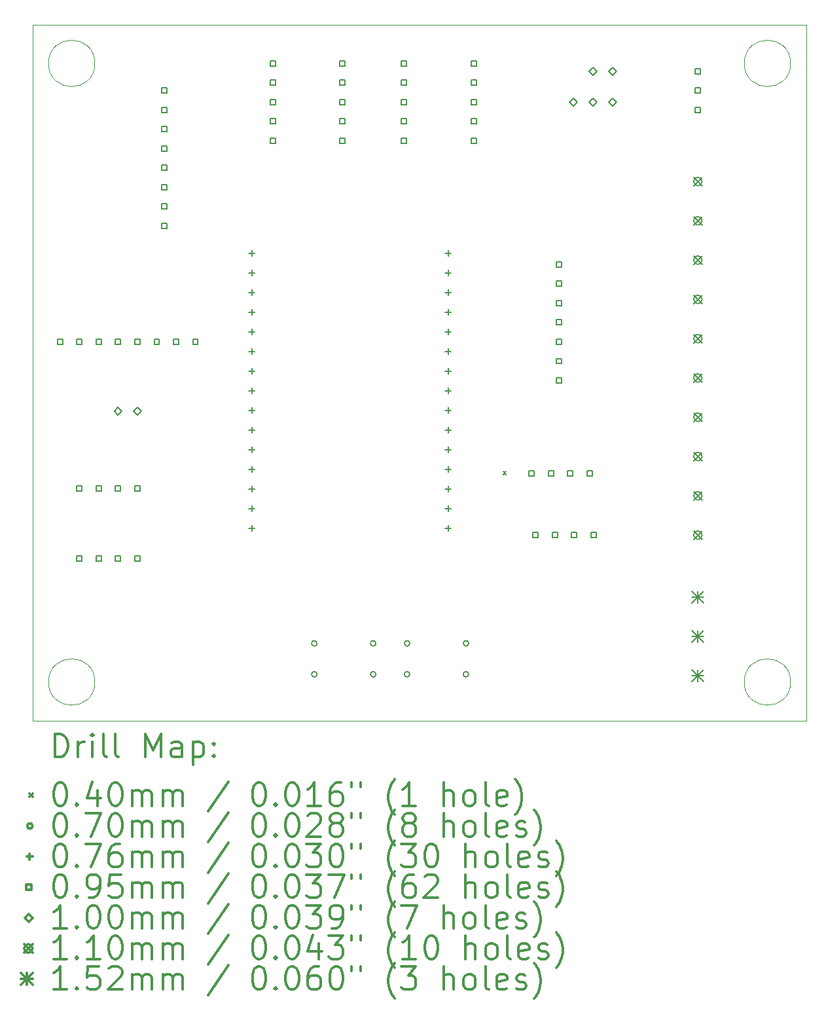
<source format=gbr>
%FSLAX45Y45*%
G04 Gerber Fmt 4.5, Leading zero omitted, Abs format (unit mm)*
G04 Created by KiCad (PCBNEW (5.1.2)-2) date 2023-01-06 14:54:42*
%MOMM*%
%LPD*%
G04 APERTURE LIST*
%ADD10C,0.120000*%
%ADD11C,0.200000*%
%ADD12C,0.300000*%
G04 APERTURE END LIST*
D10*
X11100000Y-6000000D02*
G75*
G03X11100000Y-6000000I-300000J0D01*
G01*
X11100000Y-14000000D02*
G75*
G03X11100000Y-14000000I-300000J0D01*
G01*
X20100000Y-14000000D02*
G75*
G03X20100000Y-14000000I-300000J0D01*
G01*
X20100000Y-6000000D02*
G75*
G03X20100000Y-6000000I-300000J0D01*
G01*
X10300000Y-5500000D02*
X10300000Y-14500000D01*
X20300000Y-14500000D02*
X10300000Y-14500000D01*
X20300000Y-5500000D02*
X20300000Y-14500000D01*
X10300000Y-5500000D02*
X20300000Y-5500000D01*
D11*
X16380000Y-11280000D02*
X16420000Y-11320000D01*
X16420000Y-11280000D02*
X16380000Y-11320000D01*
X13973000Y-13900000D02*
G75*
G03X13973000Y-13900000I-35000J0D01*
G01*
X14735000Y-13900000D02*
G75*
G03X14735000Y-13900000I-35000J0D01*
G01*
X15173000Y-13500000D02*
G75*
G03X15173000Y-13500000I-35000J0D01*
G01*
X15935000Y-13500000D02*
G75*
G03X15935000Y-13500000I-35000J0D01*
G01*
X15173000Y-13900000D02*
G75*
G03X15173000Y-13900000I-35000J0D01*
G01*
X15935000Y-13900000D02*
G75*
G03X15935000Y-13900000I-35000J0D01*
G01*
X13973000Y-13500000D02*
G75*
G03X13973000Y-13500000I-35000J0D01*
G01*
X14735000Y-13500000D02*
G75*
G03X14735000Y-13500000I-35000J0D01*
G01*
X13130000Y-8415900D02*
X13130000Y-8492100D01*
X13091900Y-8454000D02*
X13168100Y-8454000D01*
X13130000Y-8669900D02*
X13130000Y-8746100D01*
X13091900Y-8708000D02*
X13168100Y-8708000D01*
X13130000Y-8923900D02*
X13130000Y-9000100D01*
X13091900Y-8962000D02*
X13168100Y-8962000D01*
X13130000Y-9177900D02*
X13130000Y-9254100D01*
X13091900Y-9216000D02*
X13168100Y-9216000D01*
X13130000Y-9431900D02*
X13130000Y-9508100D01*
X13091900Y-9470000D02*
X13168100Y-9470000D01*
X13130000Y-9685900D02*
X13130000Y-9762100D01*
X13091900Y-9724000D02*
X13168100Y-9724000D01*
X13130000Y-9939900D02*
X13130000Y-10016100D01*
X13091900Y-9978000D02*
X13168100Y-9978000D01*
X13130000Y-10193900D02*
X13130000Y-10270100D01*
X13091900Y-10232000D02*
X13168100Y-10232000D01*
X13130000Y-10447900D02*
X13130000Y-10524100D01*
X13091900Y-10486000D02*
X13168100Y-10486000D01*
X13130000Y-10701900D02*
X13130000Y-10778100D01*
X13091900Y-10740000D02*
X13168100Y-10740000D01*
X13130000Y-10955900D02*
X13130000Y-11032100D01*
X13091900Y-10994000D02*
X13168100Y-10994000D01*
X13130000Y-11209900D02*
X13130000Y-11286100D01*
X13091900Y-11248000D02*
X13168100Y-11248000D01*
X13130000Y-11463900D02*
X13130000Y-11540100D01*
X13091900Y-11502000D02*
X13168100Y-11502000D01*
X13130000Y-11717900D02*
X13130000Y-11794100D01*
X13091900Y-11756000D02*
X13168100Y-11756000D01*
X13130000Y-11971900D02*
X13130000Y-12048100D01*
X13091900Y-12010000D02*
X13168100Y-12010000D01*
X15670000Y-8415900D02*
X15670000Y-8492100D01*
X15631900Y-8454000D02*
X15708100Y-8454000D01*
X15670000Y-8669900D02*
X15670000Y-8746100D01*
X15631900Y-8708000D02*
X15708100Y-8708000D01*
X15670000Y-8923900D02*
X15670000Y-9000100D01*
X15631900Y-8962000D02*
X15708100Y-8962000D01*
X15670000Y-9177900D02*
X15670000Y-9254100D01*
X15631900Y-9216000D02*
X15708100Y-9216000D01*
X15670000Y-9431900D02*
X15670000Y-9508100D01*
X15631900Y-9470000D02*
X15708100Y-9470000D01*
X15670000Y-9685900D02*
X15670000Y-9762100D01*
X15631900Y-9724000D02*
X15708100Y-9724000D01*
X15670000Y-9939900D02*
X15670000Y-10016100D01*
X15631900Y-9978000D02*
X15708100Y-9978000D01*
X15670000Y-10193900D02*
X15670000Y-10270100D01*
X15631900Y-10232000D02*
X15708100Y-10232000D01*
X15670000Y-10447900D02*
X15670000Y-10524100D01*
X15631900Y-10486000D02*
X15708100Y-10486000D01*
X15670000Y-10701900D02*
X15670000Y-10778100D01*
X15631900Y-10740000D02*
X15708100Y-10740000D01*
X15670000Y-10955900D02*
X15670000Y-11032100D01*
X15631900Y-10994000D02*
X15708100Y-10994000D01*
X15670000Y-11209900D02*
X15670000Y-11286100D01*
X15631900Y-11248000D02*
X15708100Y-11248000D01*
X15670000Y-11463900D02*
X15670000Y-11540100D01*
X15631900Y-11502000D02*
X15708100Y-11502000D01*
X15670000Y-11717900D02*
X15670000Y-11794100D01*
X15631900Y-11756000D02*
X15708100Y-11756000D01*
X15670000Y-11971900D02*
X15670000Y-12048100D01*
X15631900Y-12010000D02*
X15708100Y-12010000D01*
X13433588Y-6033588D02*
X13433588Y-5966412D01*
X13366412Y-5966412D01*
X13366412Y-6033588D01*
X13433588Y-6033588D01*
X13433588Y-6283588D02*
X13433588Y-6216412D01*
X13366412Y-6216412D01*
X13366412Y-6283588D01*
X13433588Y-6283588D01*
X13433588Y-6533588D02*
X13433588Y-6466412D01*
X13366412Y-6466412D01*
X13366412Y-6533588D01*
X13433588Y-6533588D01*
X13433588Y-6783588D02*
X13433588Y-6716412D01*
X13366412Y-6716412D01*
X13366412Y-6783588D01*
X13433588Y-6783588D01*
X13433588Y-7033588D02*
X13433588Y-6966412D01*
X13366412Y-6966412D01*
X13366412Y-7033588D01*
X13433588Y-7033588D01*
X12033588Y-6383588D02*
X12033588Y-6316412D01*
X11966412Y-6316412D01*
X11966412Y-6383588D01*
X12033588Y-6383588D01*
X12033588Y-6633588D02*
X12033588Y-6566412D01*
X11966412Y-6566412D01*
X11966412Y-6633588D01*
X12033588Y-6633588D01*
X12033588Y-6883588D02*
X12033588Y-6816412D01*
X11966412Y-6816412D01*
X11966412Y-6883588D01*
X12033588Y-6883588D01*
X12033588Y-7133588D02*
X12033588Y-7066412D01*
X11966412Y-7066412D01*
X11966412Y-7133588D01*
X12033588Y-7133588D01*
X12033588Y-7383588D02*
X12033588Y-7316412D01*
X11966412Y-7316412D01*
X11966412Y-7383588D01*
X12033588Y-7383588D01*
X12033588Y-7633588D02*
X12033588Y-7566412D01*
X11966412Y-7566412D01*
X11966412Y-7633588D01*
X12033588Y-7633588D01*
X12033588Y-7883588D02*
X12033588Y-7816412D01*
X11966412Y-7816412D01*
X11966412Y-7883588D01*
X12033588Y-7883588D01*
X12033588Y-8133588D02*
X12033588Y-8066412D01*
X11966412Y-8066412D01*
X11966412Y-8133588D01*
X12033588Y-8133588D01*
X16833588Y-12133588D02*
X16833588Y-12066412D01*
X16766412Y-12066412D01*
X16766412Y-12133588D01*
X16833588Y-12133588D01*
X17083588Y-12133588D02*
X17083588Y-12066412D01*
X17016412Y-12066412D01*
X17016412Y-12133588D01*
X17083588Y-12133588D01*
X17333588Y-12133588D02*
X17333588Y-12066412D01*
X17266412Y-12066412D01*
X17266412Y-12133588D01*
X17333588Y-12133588D01*
X17583588Y-12133588D02*
X17583588Y-12066412D01*
X17516412Y-12066412D01*
X17516412Y-12133588D01*
X17583588Y-12133588D01*
X15133588Y-6033588D02*
X15133588Y-5966412D01*
X15066412Y-5966412D01*
X15066412Y-6033588D01*
X15133588Y-6033588D01*
X15133588Y-6283588D02*
X15133588Y-6216412D01*
X15066412Y-6216412D01*
X15066412Y-6283588D01*
X15133588Y-6283588D01*
X15133588Y-6533588D02*
X15133588Y-6466412D01*
X15066412Y-6466412D01*
X15066412Y-6533588D01*
X15133588Y-6533588D01*
X15133588Y-6783588D02*
X15133588Y-6716412D01*
X15066412Y-6716412D01*
X15066412Y-6783588D01*
X15133588Y-6783588D01*
X15133588Y-7033588D02*
X15133588Y-6966412D01*
X15066412Y-6966412D01*
X15066412Y-7033588D01*
X15133588Y-7033588D01*
X16033588Y-6033588D02*
X16033588Y-5966412D01*
X15966412Y-5966412D01*
X15966412Y-6033588D01*
X16033588Y-6033588D01*
X16033588Y-6283588D02*
X16033588Y-6216412D01*
X15966412Y-6216412D01*
X15966412Y-6283588D01*
X16033588Y-6283588D01*
X16033588Y-6533588D02*
X16033588Y-6466412D01*
X15966412Y-6466412D01*
X15966412Y-6533588D01*
X16033588Y-6533588D01*
X16033588Y-6783588D02*
X16033588Y-6716412D01*
X15966412Y-6716412D01*
X15966412Y-6783588D01*
X16033588Y-6783588D01*
X16033588Y-7033588D02*
X16033588Y-6966412D01*
X15966412Y-6966412D01*
X15966412Y-7033588D01*
X16033588Y-7033588D01*
X14333588Y-6033588D02*
X14333588Y-5966412D01*
X14266412Y-5966412D01*
X14266412Y-6033588D01*
X14333588Y-6033588D01*
X14333588Y-6283588D02*
X14333588Y-6216412D01*
X14266412Y-6216412D01*
X14266412Y-6283588D01*
X14333588Y-6283588D01*
X14333588Y-6533588D02*
X14333588Y-6466412D01*
X14266412Y-6466412D01*
X14266412Y-6533588D01*
X14333588Y-6533588D01*
X14333588Y-6783588D02*
X14333588Y-6716412D01*
X14266412Y-6716412D01*
X14266412Y-6783588D01*
X14333588Y-6783588D01*
X14333588Y-7033588D02*
X14333588Y-6966412D01*
X14266412Y-6966412D01*
X14266412Y-7033588D01*
X14333588Y-7033588D01*
X10933588Y-12433588D02*
X10933588Y-12366412D01*
X10866412Y-12366412D01*
X10866412Y-12433588D01*
X10933588Y-12433588D01*
X11183588Y-12433588D02*
X11183588Y-12366412D01*
X11116412Y-12366412D01*
X11116412Y-12433588D01*
X11183588Y-12433588D01*
X11433588Y-12433588D02*
X11433588Y-12366412D01*
X11366412Y-12366412D01*
X11366412Y-12433588D01*
X11433588Y-12433588D01*
X11683588Y-12433588D02*
X11683588Y-12366412D01*
X11616412Y-12366412D01*
X11616412Y-12433588D01*
X11683588Y-12433588D01*
X10933588Y-11533588D02*
X10933588Y-11466412D01*
X10866412Y-11466412D01*
X10866412Y-11533588D01*
X10933588Y-11533588D01*
X11183588Y-11533588D02*
X11183588Y-11466412D01*
X11116412Y-11466412D01*
X11116412Y-11533588D01*
X11183588Y-11533588D01*
X11433588Y-11533588D02*
X11433588Y-11466412D01*
X11366412Y-11466412D01*
X11366412Y-11533588D01*
X11433588Y-11533588D01*
X11683588Y-11533588D02*
X11683588Y-11466412D01*
X11616412Y-11466412D01*
X11616412Y-11533588D01*
X11683588Y-11533588D01*
X16783588Y-11333588D02*
X16783588Y-11266412D01*
X16716412Y-11266412D01*
X16716412Y-11333588D01*
X16783588Y-11333588D01*
X17033588Y-11333588D02*
X17033588Y-11266412D01*
X16966412Y-11266412D01*
X16966412Y-11333588D01*
X17033588Y-11333588D01*
X17283588Y-11333588D02*
X17283588Y-11266412D01*
X17216412Y-11266412D01*
X17216412Y-11333588D01*
X17283588Y-11333588D01*
X17533588Y-11333588D02*
X17533588Y-11266412D01*
X17466412Y-11266412D01*
X17466412Y-11333588D01*
X17533588Y-11333588D01*
X10683588Y-9633588D02*
X10683588Y-9566412D01*
X10616412Y-9566412D01*
X10616412Y-9633588D01*
X10683588Y-9633588D01*
X10933588Y-9633588D02*
X10933588Y-9566412D01*
X10866412Y-9566412D01*
X10866412Y-9633588D01*
X10933588Y-9633588D01*
X11183588Y-9633588D02*
X11183588Y-9566412D01*
X11116412Y-9566412D01*
X11116412Y-9633588D01*
X11183588Y-9633588D01*
X11433588Y-9633588D02*
X11433588Y-9566412D01*
X11366412Y-9566412D01*
X11366412Y-9633588D01*
X11433588Y-9633588D01*
X11683588Y-9633588D02*
X11683588Y-9566412D01*
X11616412Y-9566412D01*
X11616412Y-9633588D01*
X11683588Y-9633588D01*
X11933588Y-9633588D02*
X11933588Y-9566412D01*
X11866412Y-9566412D01*
X11866412Y-9633588D01*
X11933588Y-9633588D01*
X12183588Y-9633588D02*
X12183588Y-9566412D01*
X12116412Y-9566412D01*
X12116412Y-9633588D01*
X12183588Y-9633588D01*
X12433588Y-9633588D02*
X12433588Y-9566412D01*
X12366412Y-9566412D01*
X12366412Y-9633588D01*
X12433588Y-9633588D01*
X18933588Y-6133588D02*
X18933588Y-6066412D01*
X18866412Y-6066412D01*
X18866412Y-6133588D01*
X18933588Y-6133588D01*
X18933588Y-6383588D02*
X18933588Y-6316412D01*
X18866412Y-6316412D01*
X18866412Y-6383588D01*
X18933588Y-6383588D01*
X18933588Y-6633588D02*
X18933588Y-6566412D01*
X18866412Y-6566412D01*
X18866412Y-6633588D01*
X18933588Y-6633588D01*
X17133588Y-8633588D02*
X17133588Y-8566412D01*
X17066412Y-8566412D01*
X17066412Y-8633588D01*
X17133588Y-8633588D01*
X17133588Y-8883588D02*
X17133588Y-8816412D01*
X17066412Y-8816412D01*
X17066412Y-8883588D01*
X17133588Y-8883588D01*
X17133588Y-9133588D02*
X17133588Y-9066412D01*
X17066412Y-9066412D01*
X17066412Y-9133588D01*
X17133588Y-9133588D01*
X17133588Y-9383588D02*
X17133588Y-9316412D01*
X17066412Y-9316412D01*
X17066412Y-9383588D01*
X17133588Y-9383588D01*
X17133588Y-9633588D02*
X17133588Y-9566412D01*
X17066412Y-9566412D01*
X17066412Y-9633588D01*
X17133588Y-9633588D01*
X17133588Y-9883588D02*
X17133588Y-9816412D01*
X17066412Y-9816412D01*
X17066412Y-9883588D01*
X17133588Y-9883588D01*
X17133588Y-10133588D02*
X17133588Y-10066412D01*
X17066412Y-10066412D01*
X17066412Y-10133588D01*
X17133588Y-10133588D01*
X17292000Y-6550000D02*
X17342000Y-6500000D01*
X17292000Y-6450000D01*
X17242000Y-6500000D01*
X17292000Y-6550000D01*
X17546000Y-6550000D02*
X17596000Y-6500000D01*
X17546000Y-6450000D01*
X17496000Y-6500000D01*
X17546000Y-6550000D01*
X17800000Y-6550000D02*
X17850000Y-6500000D01*
X17800000Y-6450000D01*
X17750000Y-6500000D01*
X17800000Y-6550000D01*
X17546000Y-6150000D02*
X17596000Y-6100000D01*
X17546000Y-6050000D01*
X17496000Y-6100000D01*
X17546000Y-6150000D01*
X17800000Y-6150000D02*
X17850000Y-6100000D01*
X17800000Y-6050000D01*
X17750000Y-6100000D01*
X17800000Y-6150000D01*
X11400000Y-10550000D02*
X11450000Y-10500000D01*
X11400000Y-10450000D01*
X11350000Y-10500000D01*
X11400000Y-10550000D01*
X11650000Y-10550000D02*
X11700000Y-10500000D01*
X11650000Y-10450000D01*
X11600000Y-10500000D01*
X11650000Y-10550000D01*
X18845000Y-7473000D02*
X18955000Y-7583000D01*
X18955000Y-7473000D02*
X18845000Y-7583000D01*
X18955000Y-7528000D02*
G75*
G03X18955000Y-7528000I-55000J0D01*
G01*
X18845000Y-7981000D02*
X18955000Y-8091000D01*
X18955000Y-7981000D02*
X18845000Y-8091000D01*
X18955000Y-8036000D02*
G75*
G03X18955000Y-8036000I-55000J0D01*
G01*
X18845000Y-8489000D02*
X18955000Y-8599000D01*
X18955000Y-8489000D02*
X18845000Y-8599000D01*
X18955000Y-8544000D02*
G75*
G03X18955000Y-8544000I-55000J0D01*
G01*
X18845000Y-8997000D02*
X18955000Y-9107000D01*
X18955000Y-8997000D02*
X18845000Y-9107000D01*
X18955000Y-9052000D02*
G75*
G03X18955000Y-9052000I-55000J0D01*
G01*
X18845000Y-9505000D02*
X18955000Y-9615000D01*
X18955000Y-9505000D02*
X18845000Y-9615000D01*
X18955000Y-9560000D02*
G75*
G03X18955000Y-9560000I-55000J0D01*
G01*
X18845000Y-10013000D02*
X18955000Y-10123000D01*
X18955000Y-10013000D02*
X18845000Y-10123000D01*
X18955000Y-10068000D02*
G75*
G03X18955000Y-10068000I-55000J0D01*
G01*
X18845000Y-10521000D02*
X18955000Y-10631000D01*
X18955000Y-10521000D02*
X18845000Y-10631000D01*
X18955000Y-10576000D02*
G75*
G03X18955000Y-10576000I-55000J0D01*
G01*
X18845000Y-11029000D02*
X18955000Y-11139000D01*
X18955000Y-11029000D02*
X18845000Y-11139000D01*
X18955000Y-11084000D02*
G75*
G03X18955000Y-11084000I-55000J0D01*
G01*
X18845000Y-11537000D02*
X18955000Y-11647000D01*
X18955000Y-11537000D02*
X18845000Y-11647000D01*
X18955000Y-11592000D02*
G75*
G03X18955000Y-11592000I-55000J0D01*
G01*
X18845000Y-12045000D02*
X18955000Y-12155000D01*
X18955000Y-12045000D02*
X18845000Y-12155000D01*
X18955000Y-12100000D02*
G75*
G03X18955000Y-12100000I-55000J0D01*
G01*
X18824000Y-12824000D02*
X18976000Y-12976000D01*
X18976000Y-12824000D02*
X18824000Y-12976000D01*
X18900000Y-12824000D02*
X18900000Y-12976000D01*
X18824000Y-12900000D02*
X18976000Y-12900000D01*
X18824000Y-13332000D02*
X18976000Y-13484000D01*
X18976000Y-13332000D02*
X18824000Y-13484000D01*
X18900000Y-13332000D02*
X18900000Y-13484000D01*
X18824000Y-13408000D02*
X18976000Y-13408000D01*
X18824000Y-13840000D02*
X18976000Y-13992000D01*
X18976000Y-13840000D02*
X18824000Y-13992000D01*
X18900000Y-13840000D02*
X18900000Y-13992000D01*
X18824000Y-13916000D02*
X18976000Y-13916000D01*
D12*
X10580428Y-14971714D02*
X10580428Y-14671714D01*
X10651857Y-14671714D01*
X10694714Y-14686000D01*
X10723286Y-14714571D01*
X10737571Y-14743143D01*
X10751857Y-14800286D01*
X10751857Y-14843143D01*
X10737571Y-14900286D01*
X10723286Y-14928857D01*
X10694714Y-14957429D01*
X10651857Y-14971714D01*
X10580428Y-14971714D01*
X10880428Y-14971714D02*
X10880428Y-14771714D01*
X10880428Y-14828857D02*
X10894714Y-14800286D01*
X10909000Y-14786000D01*
X10937571Y-14771714D01*
X10966143Y-14771714D01*
X11066143Y-14971714D02*
X11066143Y-14771714D01*
X11066143Y-14671714D02*
X11051857Y-14686000D01*
X11066143Y-14700286D01*
X11080428Y-14686000D01*
X11066143Y-14671714D01*
X11066143Y-14700286D01*
X11251857Y-14971714D02*
X11223286Y-14957429D01*
X11209000Y-14928857D01*
X11209000Y-14671714D01*
X11409000Y-14971714D02*
X11380428Y-14957429D01*
X11366143Y-14928857D01*
X11366143Y-14671714D01*
X11751857Y-14971714D02*
X11751857Y-14671714D01*
X11851857Y-14886000D01*
X11951857Y-14671714D01*
X11951857Y-14971714D01*
X12223286Y-14971714D02*
X12223286Y-14814571D01*
X12209000Y-14786000D01*
X12180428Y-14771714D01*
X12123286Y-14771714D01*
X12094714Y-14786000D01*
X12223286Y-14957429D02*
X12194714Y-14971714D01*
X12123286Y-14971714D01*
X12094714Y-14957429D01*
X12080428Y-14928857D01*
X12080428Y-14900286D01*
X12094714Y-14871714D01*
X12123286Y-14857429D01*
X12194714Y-14857429D01*
X12223286Y-14843143D01*
X12366143Y-14771714D02*
X12366143Y-15071714D01*
X12366143Y-14786000D02*
X12394714Y-14771714D01*
X12451857Y-14771714D01*
X12480428Y-14786000D01*
X12494714Y-14800286D01*
X12509000Y-14828857D01*
X12509000Y-14914571D01*
X12494714Y-14943143D01*
X12480428Y-14957429D01*
X12451857Y-14971714D01*
X12394714Y-14971714D01*
X12366143Y-14957429D01*
X12637571Y-14943143D02*
X12651857Y-14957429D01*
X12637571Y-14971714D01*
X12623286Y-14957429D01*
X12637571Y-14943143D01*
X12637571Y-14971714D01*
X12637571Y-14786000D02*
X12651857Y-14800286D01*
X12637571Y-14814571D01*
X12623286Y-14800286D01*
X12637571Y-14786000D01*
X12637571Y-14814571D01*
X10254000Y-15446000D02*
X10294000Y-15486000D01*
X10294000Y-15446000D02*
X10254000Y-15486000D01*
X10637571Y-15301714D02*
X10666143Y-15301714D01*
X10694714Y-15316000D01*
X10709000Y-15330286D01*
X10723286Y-15358857D01*
X10737571Y-15416000D01*
X10737571Y-15487429D01*
X10723286Y-15544571D01*
X10709000Y-15573143D01*
X10694714Y-15587429D01*
X10666143Y-15601714D01*
X10637571Y-15601714D01*
X10609000Y-15587429D01*
X10594714Y-15573143D01*
X10580428Y-15544571D01*
X10566143Y-15487429D01*
X10566143Y-15416000D01*
X10580428Y-15358857D01*
X10594714Y-15330286D01*
X10609000Y-15316000D01*
X10637571Y-15301714D01*
X10866143Y-15573143D02*
X10880428Y-15587429D01*
X10866143Y-15601714D01*
X10851857Y-15587429D01*
X10866143Y-15573143D01*
X10866143Y-15601714D01*
X11137571Y-15401714D02*
X11137571Y-15601714D01*
X11066143Y-15287429D02*
X10994714Y-15501714D01*
X11180428Y-15501714D01*
X11351857Y-15301714D02*
X11380428Y-15301714D01*
X11409000Y-15316000D01*
X11423286Y-15330286D01*
X11437571Y-15358857D01*
X11451857Y-15416000D01*
X11451857Y-15487429D01*
X11437571Y-15544571D01*
X11423286Y-15573143D01*
X11409000Y-15587429D01*
X11380428Y-15601714D01*
X11351857Y-15601714D01*
X11323286Y-15587429D01*
X11309000Y-15573143D01*
X11294714Y-15544571D01*
X11280428Y-15487429D01*
X11280428Y-15416000D01*
X11294714Y-15358857D01*
X11309000Y-15330286D01*
X11323286Y-15316000D01*
X11351857Y-15301714D01*
X11580428Y-15601714D02*
X11580428Y-15401714D01*
X11580428Y-15430286D02*
X11594714Y-15416000D01*
X11623286Y-15401714D01*
X11666143Y-15401714D01*
X11694714Y-15416000D01*
X11709000Y-15444571D01*
X11709000Y-15601714D01*
X11709000Y-15444571D02*
X11723286Y-15416000D01*
X11751857Y-15401714D01*
X11794714Y-15401714D01*
X11823286Y-15416000D01*
X11837571Y-15444571D01*
X11837571Y-15601714D01*
X11980428Y-15601714D02*
X11980428Y-15401714D01*
X11980428Y-15430286D02*
X11994714Y-15416000D01*
X12023286Y-15401714D01*
X12066143Y-15401714D01*
X12094714Y-15416000D01*
X12109000Y-15444571D01*
X12109000Y-15601714D01*
X12109000Y-15444571D02*
X12123286Y-15416000D01*
X12151857Y-15401714D01*
X12194714Y-15401714D01*
X12223286Y-15416000D01*
X12237571Y-15444571D01*
X12237571Y-15601714D01*
X12823286Y-15287429D02*
X12566143Y-15673143D01*
X13209000Y-15301714D02*
X13237571Y-15301714D01*
X13266143Y-15316000D01*
X13280428Y-15330286D01*
X13294714Y-15358857D01*
X13309000Y-15416000D01*
X13309000Y-15487429D01*
X13294714Y-15544571D01*
X13280428Y-15573143D01*
X13266143Y-15587429D01*
X13237571Y-15601714D01*
X13209000Y-15601714D01*
X13180428Y-15587429D01*
X13166143Y-15573143D01*
X13151857Y-15544571D01*
X13137571Y-15487429D01*
X13137571Y-15416000D01*
X13151857Y-15358857D01*
X13166143Y-15330286D01*
X13180428Y-15316000D01*
X13209000Y-15301714D01*
X13437571Y-15573143D02*
X13451857Y-15587429D01*
X13437571Y-15601714D01*
X13423286Y-15587429D01*
X13437571Y-15573143D01*
X13437571Y-15601714D01*
X13637571Y-15301714D02*
X13666143Y-15301714D01*
X13694714Y-15316000D01*
X13709000Y-15330286D01*
X13723286Y-15358857D01*
X13737571Y-15416000D01*
X13737571Y-15487429D01*
X13723286Y-15544571D01*
X13709000Y-15573143D01*
X13694714Y-15587429D01*
X13666143Y-15601714D01*
X13637571Y-15601714D01*
X13609000Y-15587429D01*
X13594714Y-15573143D01*
X13580428Y-15544571D01*
X13566143Y-15487429D01*
X13566143Y-15416000D01*
X13580428Y-15358857D01*
X13594714Y-15330286D01*
X13609000Y-15316000D01*
X13637571Y-15301714D01*
X14023286Y-15601714D02*
X13851857Y-15601714D01*
X13937571Y-15601714D02*
X13937571Y-15301714D01*
X13909000Y-15344571D01*
X13880428Y-15373143D01*
X13851857Y-15387429D01*
X14280428Y-15301714D02*
X14223286Y-15301714D01*
X14194714Y-15316000D01*
X14180428Y-15330286D01*
X14151857Y-15373143D01*
X14137571Y-15430286D01*
X14137571Y-15544571D01*
X14151857Y-15573143D01*
X14166143Y-15587429D01*
X14194714Y-15601714D01*
X14251857Y-15601714D01*
X14280428Y-15587429D01*
X14294714Y-15573143D01*
X14309000Y-15544571D01*
X14309000Y-15473143D01*
X14294714Y-15444571D01*
X14280428Y-15430286D01*
X14251857Y-15416000D01*
X14194714Y-15416000D01*
X14166143Y-15430286D01*
X14151857Y-15444571D01*
X14137571Y-15473143D01*
X14423286Y-15301714D02*
X14423286Y-15358857D01*
X14537571Y-15301714D02*
X14537571Y-15358857D01*
X14980428Y-15716000D02*
X14966143Y-15701714D01*
X14937571Y-15658857D01*
X14923286Y-15630286D01*
X14909000Y-15587429D01*
X14894714Y-15516000D01*
X14894714Y-15458857D01*
X14909000Y-15387429D01*
X14923286Y-15344571D01*
X14937571Y-15316000D01*
X14966143Y-15273143D01*
X14980428Y-15258857D01*
X15251857Y-15601714D02*
X15080428Y-15601714D01*
X15166143Y-15601714D02*
X15166143Y-15301714D01*
X15137571Y-15344571D01*
X15109000Y-15373143D01*
X15080428Y-15387429D01*
X15609000Y-15601714D02*
X15609000Y-15301714D01*
X15737571Y-15601714D02*
X15737571Y-15444571D01*
X15723286Y-15416000D01*
X15694714Y-15401714D01*
X15651857Y-15401714D01*
X15623286Y-15416000D01*
X15609000Y-15430286D01*
X15923286Y-15601714D02*
X15894714Y-15587429D01*
X15880428Y-15573143D01*
X15866143Y-15544571D01*
X15866143Y-15458857D01*
X15880428Y-15430286D01*
X15894714Y-15416000D01*
X15923286Y-15401714D01*
X15966143Y-15401714D01*
X15994714Y-15416000D01*
X16009000Y-15430286D01*
X16023286Y-15458857D01*
X16023286Y-15544571D01*
X16009000Y-15573143D01*
X15994714Y-15587429D01*
X15966143Y-15601714D01*
X15923286Y-15601714D01*
X16194714Y-15601714D02*
X16166143Y-15587429D01*
X16151857Y-15558857D01*
X16151857Y-15301714D01*
X16423286Y-15587429D02*
X16394714Y-15601714D01*
X16337571Y-15601714D01*
X16309000Y-15587429D01*
X16294714Y-15558857D01*
X16294714Y-15444571D01*
X16309000Y-15416000D01*
X16337571Y-15401714D01*
X16394714Y-15401714D01*
X16423286Y-15416000D01*
X16437571Y-15444571D01*
X16437571Y-15473143D01*
X16294714Y-15501714D01*
X16537571Y-15716000D02*
X16551857Y-15701714D01*
X16580428Y-15658857D01*
X16594714Y-15630286D01*
X16609000Y-15587429D01*
X16623286Y-15516000D01*
X16623286Y-15458857D01*
X16609000Y-15387429D01*
X16594714Y-15344571D01*
X16580428Y-15316000D01*
X16551857Y-15273143D01*
X16537571Y-15258857D01*
X10294000Y-15862000D02*
G75*
G03X10294000Y-15862000I-35000J0D01*
G01*
X10637571Y-15697714D02*
X10666143Y-15697714D01*
X10694714Y-15712000D01*
X10709000Y-15726286D01*
X10723286Y-15754857D01*
X10737571Y-15812000D01*
X10737571Y-15883429D01*
X10723286Y-15940571D01*
X10709000Y-15969143D01*
X10694714Y-15983429D01*
X10666143Y-15997714D01*
X10637571Y-15997714D01*
X10609000Y-15983429D01*
X10594714Y-15969143D01*
X10580428Y-15940571D01*
X10566143Y-15883429D01*
X10566143Y-15812000D01*
X10580428Y-15754857D01*
X10594714Y-15726286D01*
X10609000Y-15712000D01*
X10637571Y-15697714D01*
X10866143Y-15969143D02*
X10880428Y-15983429D01*
X10866143Y-15997714D01*
X10851857Y-15983429D01*
X10866143Y-15969143D01*
X10866143Y-15997714D01*
X10980428Y-15697714D02*
X11180428Y-15697714D01*
X11051857Y-15997714D01*
X11351857Y-15697714D02*
X11380428Y-15697714D01*
X11409000Y-15712000D01*
X11423286Y-15726286D01*
X11437571Y-15754857D01*
X11451857Y-15812000D01*
X11451857Y-15883429D01*
X11437571Y-15940571D01*
X11423286Y-15969143D01*
X11409000Y-15983429D01*
X11380428Y-15997714D01*
X11351857Y-15997714D01*
X11323286Y-15983429D01*
X11309000Y-15969143D01*
X11294714Y-15940571D01*
X11280428Y-15883429D01*
X11280428Y-15812000D01*
X11294714Y-15754857D01*
X11309000Y-15726286D01*
X11323286Y-15712000D01*
X11351857Y-15697714D01*
X11580428Y-15997714D02*
X11580428Y-15797714D01*
X11580428Y-15826286D02*
X11594714Y-15812000D01*
X11623286Y-15797714D01*
X11666143Y-15797714D01*
X11694714Y-15812000D01*
X11709000Y-15840571D01*
X11709000Y-15997714D01*
X11709000Y-15840571D02*
X11723286Y-15812000D01*
X11751857Y-15797714D01*
X11794714Y-15797714D01*
X11823286Y-15812000D01*
X11837571Y-15840571D01*
X11837571Y-15997714D01*
X11980428Y-15997714D02*
X11980428Y-15797714D01*
X11980428Y-15826286D02*
X11994714Y-15812000D01*
X12023286Y-15797714D01*
X12066143Y-15797714D01*
X12094714Y-15812000D01*
X12109000Y-15840571D01*
X12109000Y-15997714D01*
X12109000Y-15840571D02*
X12123286Y-15812000D01*
X12151857Y-15797714D01*
X12194714Y-15797714D01*
X12223286Y-15812000D01*
X12237571Y-15840571D01*
X12237571Y-15997714D01*
X12823286Y-15683429D02*
X12566143Y-16069143D01*
X13209000Y-15697714D02*
X13237571Y-15697714D01*
X13266143Y-15712000D01*
X13280428Y-15726286D01*
X13294714Y-15754857D01*
X13309000Y-15812000D01*
X13309000Y-15883429D01*
X13294714Y-15940571D01*
X13280428Y-15969143D01*
X13266143Y-15983429D01*
X13237571Y-15997714D01*
X13209000Y-15997714D01*
X13180428Y-15983429D01*
X13166143Y-15969143D01*
X13151857Y-15940571D01*
X13137571Y-15883429D01*
X13137571Y-15812000D01*
X13151857Y-15754857D01*
X13166143Y-15726286D01*
X13180428Y-15712000D01*
X13209000Y-15697714D01*
X13437571Y-15969143D02*
X13451857Y-15983429D01*
X13437571Y-15997714D01*
X13423286Y-15983429D01*
X13437571Y-15969143D01*
X13437571Y-15997714D01*
X13637571Y-15697714D02*
X13666143Y-15697714D01*
X13694714Y-15712000D01*
X13709000Y-15726286D01*
X13723286Y-15754857D01*
X13737571Y-15812000D01*
X13737571Y-15883429D01*
X13723286Y-15940571D01*
X13709000Y-15969143D01*
X13694714Y-15983429D01*
X13666143Y-15997714D01*
X13637571Y-15997714D01*
X13609000Y-15983429D01*
X13594714Y-15969143D01*
X13580428Y-15940571D01*
X13566143Y-15883429D01*
X13566143Y-15812000D01*
X13580428Y-15754857D01*
X13594714Y-15726286D01*
X13609000Y-15712000D01*
X13637571Y-15697714D01*
X13851857Y-15726286D02*
X13866143Y-15712000D01*
X13894714Y-15697714D01*
X13966143Y-15697714D01*
X13994714Y-15712000D01*
X14009000Y-15726286D01*
X14023286Y-15754857D01*
X14023286Y-15783429D01*
X14009000Y-15826286D01*
X13837571Y-15997714D01*
X14023286Y-15997714D01*
X14194714Y-15826286D02*
X14166143Y-15812000D01*
X14151857Y-15797714D01*
X14137571Y-15769143D01*
X14137571Y-15754857D01*
X14151857Y-15726286D01*
X14166143Y-15712000D01*
X14194714Y-15697714D01*
X14251857Y-15697714D01*
X14280428Y-15712000D01*
X14294714Y-15726286D01*
X14309000Y-15754857D01*
X14309000Y-15769143D01*
X14294714Y-15797714D01*
X14280428Y-15812000D01*
X14251857Y-15826286D01*
X14194714Y-15826286D01*
X14166143Y-15840571D01*
X14151857Y-15854857D01*
X14137571Y-15883429D01*
X14137571Y-15940571D01*
X14151857Y-15969143D01*
X14166143Y-15983429D01*
X14194714Y-15997714D01*
X14251857Y-15997714D01*
X14280428Y-15983429D01*
X14294714Y-15969143D01*
X14309000Y-15940571D01*
X14309000Y-15883429D01*
X14294714Y-15854857D01*
X14280428Y-15840571D01*
X14251857Y-15826286D01*
X14423286Y-15697714D02*
X14423286Y-15754857D01*
X14537571Y-15697714D02*
X14537571Y-15754857D01*
X14980428Y-16112000D02*
X14966143Y-16097714D01*
X14937571Y-16054857D01*
X14923286Y-16026286D01*
X14909000Y-15983429D01*
X14894714Y-15912000D01*
X14894714Y-15854857D01*
X14909000Y-15783429D01*
X14923286Y-15740571D01*
X14937571Y-15712000D01*
X14966143Y-15669143D01*
X14980428Y-15654857D01*
X15137571Y-15826286D02*
X15109000Y-15812000D01*
X15094714Y-15797714D01*
X15080428Y-15769143D01*
X15080428Y-15754857D01*
X15094714Y-15726286D01*
X15109000Y-15712000D01*
X15137571Y-15697714D01*
X15194714Y-15697714D01*
X15223286Y-15712000D01*
X15237571Y-15726286D01*
X15251857Y-15754857D01*
X15251857Y-15769143D01*
X15237571Y-15797714D01*
X15223286Y-15812000D01*
X15194714Y-15826286D01*
X15137571Y-15826286D01*
X15109000Y-15840571D01*
X15094714Y-15854857D01*
X15080428Y-15883429D01*
X15080428Y-15940571D01*
X15094714Y-15969143D01*
X15109000Y-15983429D01*
X15137571Y-15997714D01*
X15194714Y-15997714D01*
X15223286Y-15983429D01*
X15237571Y-15969143D01*
X15251857Y-15940571D01*
X15251857Y-15883429D01*
X15237571Y-15854857D01*
X15223286Y-15840571D01*
X15194714Y-15826286D01*
X15609000Y-15997714D02*
X15609000Y-15697714D01*
X15737571Y-15997714D02*
X15737571Y-15840571D01*
X15723286Y-15812000D01*
X15694714Y-15797714D01*
X15651857Y-15797714D01*
X15623286Y-15812000D01*
X15609000Y-15826286D01*
X15923286Y-15997714D02*
X15894714Y-15983429D01*
X15880428Y-15969143D01*
X15866143Y-15940571D01*
X15866143Y-15854857D01*
X15880428Y-15826286D01*
X15894714Y-15812000D01*
X15923286Y-15797714D01*
X15966143Y-15797714D01*
X15994714Y-15812000D01*
X16009000Y-15826286D01*
X16023286Y-15854857D01*
X16023286Y-15940571D01*
X16009000Y-15969143D01*
X15994714Y-15983429D01*
X15966143Y-15997714D01*
X15923286Y-15997714D01*
X16194714Y-15997714D02*
X16166143Y-15983429D01*
X16151857Y-15954857D01*
X16151857Y-15697714D01*
X16423286Y-15983429D02*
X16394714Y-15997714D01*
X16337571Y-15997714D01*
X16309000Y-15983429D01*
X16294714Y-15954857D01*
X16294714Y-15840571D01*
X16309000Y-15812000D01*
X16337571Y-15797714D01*
X16394714Y-15797714D01*
X16423286Y-15812000D01*
X16437571Y-15840571D01*
X16437571Y-15869143D01*
X16294714Y-15897714D01*
X16551857Y-15983429D02*
X16580428Y-15997714D01*
X16637571Y-15997714D01*
X16666143Y-15983429D01*
X16680428Y-15954857D01*
X16680428Y-15940571D01*
X16666143Y-15912000D01*
X16637571Y-15897714D01*
X16594714Y-15897714D01*
X16566143Y-15883429D01*
X16551857Y-15854857D01*
X16551857Y-15840571D01*
X16566143Y-15812000D01*
X16594714Y-15797714D01*
X16637571Y-15797714D01*
X16666143Y-15812000D01*
X16780428Y-16112000D02*
X16794714Y-16097714D01*
X16823286Y-16054857D01*
X16837571Y-16026286D01*
X16851857Y-15983429D01*
X16866143Y-15912000D01*
X16866143Y-15854857D01*
X16851857Y-15783429D01*
X16837571Y-15740571D01*
X16823286Y-15712000D01*
X16794714Y-15669143D01*
X16780428Y-15654857D01*
X10255900Y-16219900D02*
X10255900Y-16296100D01*
X10217800Y-16258000D02*
X10294000Y-16258000D01*
X10637571Y-16093714D02*
X10666143Y-16093714D01*
X10694714Y-16108000D01*
X10709000Y-16122286D01*
X10723286Y-16150857D01*
X10737571Y-16208000D01*
X10737571Y-16279429D01*
X10723286Y-16336571D01*
X10709000Y-16365143D01*
X10694714Y-16379429D01*
X10666143Y-16393714D01*
X10637571Y-16393714D01*
X10609000Y-16379429D01*
X10594714Y-16365143D01*
X10580428Y-16336571D01*
X10566143Y-16279429D01*
X10566143Y-16208000D01*
X10580428Y-16150857D01*
X10594714Y-16122286D01*
X10609000Y-16108000D01*
X10637571Y-16093714D01*
X10866143Y-16365143D02*
X10880428Y-16379429D01*
X10866143Y-16393714D01*
X10851857Y-16379429D01*
X10866143Y-16365143D01*
X10866143Y-16393714D01*
X10980428Y-16093714D02*
X11180428Y-16093714D01*
X11051857Y-16393714D01*
X11423286Y-16093714D02*
X11366143Y-16093714D01*
X11337571Y-16108000D01*
X11323286Y-16122286D01*
X11294714Y-16165143D01*
X11280428Y-16222286D01*
X11280428Y-16336571D01*
X11294714Y-16365143D01*
X11309000Y-16379429D01*
X11337571Y-16393714D01*
X11394714Y-16393714D01*
X11423286Y-16379429D01*
X11437571Y-16365143D01*
X11451857Y-16336571D01*
X11451857Y-16265143D01*
X11437571Y-16236571D01*
X11423286Y-16222286D01*
X11394714Y-16208000D01*
X11337571Y-16208000D01*
X11309000Y-16222286D01*
X11294714Y-16236571D01*
X11280428Y-16265143D01*
X11580428Y-16393714D02*
X11580428Y-16193714D01*
X11580428Y-16222286D02*
X11594714Y-16208000D01*
X11623286Y-16193714D01*
X11666143Y-16193714D01*
X11694714Y-16208000D01*
X11709000Y-16236571D01*
X11709000Y-16393714D01*
X11709000Y-16236571D02*
X11723286Y-16208000D01*
X11751857Y-16193714D01*
X11794714Y-16193714D01*
X11823286Y-16208000D01*
X11837571Y-16236571D01*
X11837571Y-16393714D01*
X11980428Y-16393714D02*
X11980428Y-16193714D01*
X11980428Y-16222286D02*
X11994714Y-16208000D01*
X12023286Y-16193714D01*
X12066143Y-16193714D01*
X12094714Y-16208000D01*
X12109000Y-16236571D01*
X12109000Y-16393714D01*
X12109000Y-16236571D02*
X12123286Y-16208000D01*
X12151857Y-16193714D01*
X12194714Y-16193714D01*
X12223286Y-16208000D01*
X12237571Y-16236571D01*
X12237571Y-16393714D01*
X12823286Y-16079429D02*
X12566143Y-16465143D01*
X13209000Y-16093714D02*
X13237571Y-16093714D01*
X13266143Y-16108000D01*
X13280428Y-16122286D01*
X13294714Y-16150857D01*
X13309000Y-16208000D01*
X13309000Y-16279429D01*
X13294714Y-16336571D01*
X13280428Y-16365143D01*
X13266143Y-16379429D01*
X13237571Y-16393714D01*
X13209000Y-16393714D01*
X13180428Y-16379429D01*
X13166143Y-16365143D01*
X13151857Y-16336571D01*
X13137571Y-16279429D01*
X13137571Y-16208000D01*
X13151857Y-16150857D01*
X13166143Y-16122286D01*
X13180428Y-16108000D01*
X13209000Y-16093714D01*
X13437571Y-16365143D02*
X13451857Y-16379429D01*
X13437571Y-16393714D01*
X13423286Y-16379429D01*
X13437571Y-16365143D01*
X13437571Y-16393714D01*
X13637571Y-16093714D02*
X13666143Y-16093714D01*
X13694714Y-16108000D01*
X13709000Y-16122286D01*
X13723286Y-16150857D01*
X13737571Y-16208000D01*
X13737571Y-16279429D01*
X13723286Y-16336571D01*
X13709000Y-16365143D01*
X13694714Y-16379429D01*
X13666143Y-16393714D01*
X13637571Y-16393714D01*
X13609000Y-16379429D01*
X13594714Y-16365143D01*
X13580428Y-16336571D01*
X13566143Y-16279429D01*
X13566143Y-16208000D01*
X13580428Y-16150857D01*
X13594714Y-16122286D01*
X13609000Y-16108000D01*
X13637571Y-16093714D01*
X13837571Y-16093714D02*
X14023286Y-16093714D01*
X13923286Y-16208000D01*
X13966143Y-16208000D01*
X13994714Y-16222286D01*
X14009000Y-16236571D01*
X14023286Y-16265143D01*
X14023286Y-16336571D01*
X14009000Y-16365143D01*
X13994714Y-16379429D01*
X13966143Y-16393714D01*
X13880428Y-16393714D01*
X13851857Y-16379429D01*
X13837571Y-16365143D01*
X14209000Y-16093714D02*
X14237571Y-16093714D01*
X14266143Y-16108000D01*
X14280428Y-16122286D01*
X14294714Y-16150857D01*
X14309000Y-16208000D01*
X14309000Y-16279429D01*
X14294714Y-16336571D01*
X14280428Y-16365143D01*
X14266143Y-16379429D01*
X14237571Y-16393714D01*
X14209000Y-16393714D01*
X14180428Y-16379429D01*
X14166143Y-16365143D01*
X14151857Y-16336571D01*
X14137571Y-16279429D01*
X14137571Y-16208000D01*
X14151857Y-16150857D01*
X14166143Y-16122286D01*
X14180428Y-16108000D01*
X14209000Y-16093714D01*
X14423286Y-16093714D02*
X14423286Y-16150857D01*
X14537571Y-16093714D02*
X14537571Y-16150857D01*
X14980428Y-16508000D02*
X14966143Y-16493714D01*
X14937571Y-16450857D01*
X14923286Y-16422286D01*
X14909000Y-16379429D01*
X14894714Y-16308000D01*
X14894714Y-16250857D01*
X14909000Y-16179429D01*
X14923286Y-16136571D01*
X14937571Y-16108000D01*
X14966143Y-16065143D01*
X14980428Y-16050857D01*
X15066143Y-16093714D02*
X15251857Y-16093714D01*
X15151857Y-16208000D01*
X15194714Y-16208000D01*
X15223286Y-16222286D01*
X15237571Y-16236571D01*
X15251857Y-16265143D01*
X15251857Y-16336571D01*
X15237571Y-16365143D01*
X15223286Y-16379429D01*
X15194714Y-16393714D01*
X15109000Y-16393714D01*
X15080428Y-16379429D01*
X15066143Y-16365143D01*
X15437571Y-16093714D02*
X15466143Y-16093714D01*
X15494714Y-16108000D01*
X15509000Y-16122286D01*
X15523286Y-16150857D01*
X15537571Y-16208000D01*
X15537571Y-16279429D01*
X15523286Y-16336571D01*
X15509000Y-16365143D01*
X15494714Y-16379429D01*
X15466143Y-16393714D01*
X15437571Y-16393714D01*
X15409000Y-16379429D01*
X15394714Y-16365143D01*
X15380428Y-16336571D01*
X15366143Y-16279429D01*
X15366143Y-16208000D01*
X15380428Y-16150857D01*
X15394714Y-16122286D01*
X15409000Y-16108000D01*
X15437571Y-16093714D01*
X15894714Y-16393714D02*
X15894714Y-16093714D01*
X16023286Y-16393714D02*
X16023286Y-16236571D01*
X16009000Y-16208000D01*
X15980428Y-16193714D01*
X15937571Y-16193714D01*
X15909000Y-16208000D01*
X15894714Y-16222286D01*
X16209000Y-16393714D02*
X16180428Y-16379429D01*
X16166143Y-16365143D01*
X16151857Y-16336571D01*
X16151857Y-16250857D01*
X16166143Y-16222286D01*
X16180428Y-16208000D01*
X16209000Y-16193714D01*
X16251857Y-16193714D01*
X16280428Y-16208000D01*
X16294714Y-16222286D01*
X16309000Y-16250857D01*
X16309000Y-16336571D01*
X16294714Y-16365143D01*
X16280428Y-16379429D01*
X16251857Y-16393714D01*
X16209000Y-16393714D01*
X16480428Y-16393714D02*
X16451857Y-16379429D01*
X16437571Y-16350857D01*
X16437571Y-16093714D01*
X16709000Y-16379429D02*
X16680428Y-16393714D01*
X16623286Y-16393714D01*
X16594714Y-16379429D01*
X16580428Y-16350857D01*
X16580428Y-16236571D01*
X16594714Y-16208000D01*
X16623286Y-16193714D01*
X16680428Y-16193714D01*
X16709000Y-16208000D01*
X16723286Y-16236571D01*
X16723286Y-16265143D01*
X16580428Y-16293714D01*
X16837571Y-16379429D02*
X16866143Y-16393714D01*
X16923286Y-16393714D01*
X16951857Y-16379429D01*
X16966143Y-16350857D01*
X16966143Y-16336571D01*
X16951857Y-16308000D01*
X16923286Y-16293714D01*
X16880428Y-16293714D01*
X16851857Y-16279429D01*
X16837571Y-16250857D01*
X16837571Y-16236571D01*
X16851857Y-16208000D01*
X16880428Y-16193714D01*
X16923286Y-16193714D01*
X16951857Y-16208000D01*
X17066143Y-16508000D02*
X17080428Y-16493714D01*
X17109000Y-16450857D01*
X17123286Y-16422286D01*
X17137571Y-16379429D01*
X17151857Y-16308000D01*
X17151857Y-16250857D01*
X17137571Y-16179429D01*
X17123286Y-16136571D01*
X17109000Y-16108000D01*
X17080428Y-16065143D01*
X17066143Y-16050857D01*
X10280088Y-16687588D02*
X10280088Y-16620412D01*
X10212912Y-16620412D01*
X10212912Y-16687588D01*
X10280088Y-16687588D01*
X10637571Y-16489714D02*
X10666143Y-16489714D01*
X10694714Y-16504000D01*
X10709000Y-16518286D01*
X10723286Y-16546857D01*
X10737571Y-16604000D01*
X10737571Y-16675429D01*
X10723286Y-16732571D01*
X10709000Y-16761143D01*
X10694714Y-16775429D01*
X10666143Y-16789714D01*
X10637571Y-16789714D01*
X10609000Y-16775429D01*
X10594714Y-16761143D01*
X10580428Y-16732571D01*
X10566143Y-16675429D01*
X10566143Y-16604000D01*
X10580428Y-16546857D01*
X10594714Y-16518286D01*
X10609000Y-16504000D01*
X10637571Y-16489714D01*
X10866143Y-16761143D02*
X10880428Y-16775429D01*
X10866143Y-16789714D01*
X10851857Y-16775429D01*
X10866143Y-16761143D01*
X10866143Y-16789714D01*
X11023286Y-16789714D02*
X11080428Y-16789714D01*
X11109000Y-16775429D01*
X11123286Y-16761143D01*
X11151857Y-16718286D01*
X11166143Y-16661143D01*
X11166143Y-16546857D01*
X11151857Y-16518286D01*
X11137571Y-16504000D01*
X11109000Y-16489714D01*
X11051857Y-16489714D01*
X11023286Y-16504000D01*
X11009000Y-16518286D01*
X10994714Y-16546857D01*
X10994714Y-16618286D01*
X11009000Y-16646857D01*
X11023286Y-16661143D01*
X11051857Y-16675429D01*
X11109000Y-16675429D01*
X11137571Y-16661143D01*
X11151857Y-16646857D01*
X11166143Y-16618286D01*
X11437571Y-16489714D02*
X11294714Y-16489714D01*
X11280428Y-16632571D01*
X11294714Y-16618286D01*
X11323286Y-16604000D01*
X11394714Y-16604000D01*
X11423286Y-16618286D01*
X11437571Y-16632571D01*
X11451857Y-16661143D01*
X11451857Y-16732571D01*
X11437571Y-16761143D01*
X11423286Y-16775429D01*
X11394714Y-16789714D01*
X11323286Y-16789714D01*
X11294714Y-16775429D01*
X11280428Y-16761143D01*
X11580428Y-16789714D02*
X11580428Y-16589714D01*
X11580428Y-16618286D02*
X11594714Y-16604000D01*
X11623286Y-16589714D01*
X11666143Y-16589714D01*
X11694714Y-16604000D01*
X11709000Y-16632571D01*
X11709000Y-16789714D01*
X11709000Y-16632571D02*
X11723286Y-16604000D01*
X11751857Y-16589714D01*
X11794714Y-16589714D01*
X11823286Y-16604000D01*
X11837571Y-16632571D01*
X11837571Y-16789714D01*
X11980428Y-16789714D02*
X11980428Y-16589714D01*
X11980428Y-16618286D02*
X11994714Y-16604000D01*
X12023286Y-16589714D01*
X12066143Y-16589714D01*
X12094714Y-16604000D01*
X12109000Y-16632571D01*
X12109000Y-16789714D01*
X12109000Y-16632571D02*
X12123286Y-16604000D01*
X12151857Y-16589714D01*
X12194714Y-16589714D01*
X12223286Y-16604000D01*
X12237571Y-16632571D01*
X12237571Y-16789714D01*
X12823286Y-16475429D02*
X12566143Y-16861143D01*
X13209000Y-16489714D02*
X13237571Y-16489714D01*
X13266143Y-16504000D01*
X13280428Y-16518286D01*
X13294714Y-16546857D01*
X13309000Y-16604000D01*
X13309000Y-16675429D01*
X13294714Y-16732571D01*
X13280428Y-16761143D01*
X13266143Y-16775429D01*
X13237571Y-16789714D01*
X13209000Y-16789714D01*
X13180428Y-16775429D01*
X13166143Y-16761143D01*
X13151857Y-16732571D01*
X13137571Y-16675429D01*
X13137571Y-16604000D01*
X13151857Y-16546857D01*
X13166143Y-16518286D01*
X13180428Y-16504000D01*
X13209000Y-16489714D01*
X13437571Y-16761143D02*
X13451857Y-16775429D01*
X13437571Y-16789714D01*
X13423286Y-16775429D01*
X13437571Y-16761143D01*
X13437571Y-16789714D01*
X13637571Y-16489714D02*
X13666143Y-16489714D01*
X13694714Y-16504000D01*
X13709000Y-16518286D01*
X13723286Y-16546857D01*
X13737571Y-16604000D01*
X13737571Y-16675429D01*
X13723286Y-16732571D01*
X13709000Y-16761143D01*
X13694714Y-16775429D01*
X13666143Y-16789714D01*
X13637571Y-16789714D01*
X13609000Y-16775429D01*
X13594714Y-16761143D01*
X13580428Y-16732571D01*
X13566143Y-16675429D01*
X13566143Y-16604000D01*
X13580428Y-16546857D01*
X13594714Y-16518286D01*
X13609000Y-16504000D01*
X13637571Y-16489714D01*
X13837571Y-16489714D02*
X14023286Y-16489714D01*
X13923286Y-16604000D01*
X13966143Y-16604000D01*
X13994714Y-16618286D01*
X14009000Y-16632571D01*
X14023286Y-16661143D01*
X14023286Y-16732571D01*
X14009000Y-16761143D01*
X13994714Y-16775429D01*
X13966143Y-16789714D01*
X13880428Y-16789714D01*
X13851857Y-16775429D01*
X13837571Y-16761143D01*
X14123286Y-16489714D02*
X14323286Y-16489714D01*
X14194714Y-16789714D01*
X14423286Y-16489714D02*
X14423286Y-16546857D01*
X14537571Y-16489714D02*
X14537571Y-16546857D01*
X14980428Y-16904000D02*
X14966143Y-16889714D01*
X14937571Y-16846857D01*
X14923286Y-16818286D01*
X14909000Y-16775429D01*
X14894714Y-16704000D01*
X14894714Y-16646857D01*
X14909000Y-16575429D01*
X14923286Y-16532571D01*
X14937571Y-16504000D01*
X14966143Y-16461143D01*
X14980428Y-16446857D01*
X15223286Y-16489714D02*
X15166143Y-16489714D01*
X15137571Y-16504000D01*
X15123286Y-16518286D01*
X15094714Y-16561143D01*
X15080428Y-16618286D01*
X15080428Y-16732571D01*
X15094714Y-16761143D01*
X15109000Y-16775429D01*
X15137571Y-16789714D01*
X15194714Y-16789714D01*
X15223286Y-16775429D01*
X15237571Y-16761143D01*
X15251857Y-16732571D01*
X15251857Y-16661143D01*
X15237571Y-16632571D01*
X15223286Y-16618286D01*
X15194714Y-16604000D01*
X15137571Y-16604000D01*
X15109000Y-16618286D01*
X15094714Y-16632571D01*
X15080428Y-16661143D01*
X15366143Y-16518286D02*
X15380428Y-16504000D01*
X15409000Y-16489714D01*
X15480428Y-16489714D01*
X15509000Y-16504000D01*
X15523286Y-16518286D01*
X15537571Y-16546857D01*
X15537571Y-16575429D01*
X15523286Y-16618286D01*
X15351857Y-16789714D01*
X15537571Y-16789714D01*
X15894714Y-16789714D02*
X15894714Y-16489714D01*
X16023286Y-16789714D02*
X16023286Y-16632571D01*
X16009000Y-16604000D01*
X15980428Y-16589714D01*
X15937571Y-16589714D01*
X15909000Y-16604000D01*
X15894714Y-16618286D01*
X16209000Y-16789714D02*
X16180428Y-16775429D01*
X16166143Y-16761143D01*
X16151857Y-16732571D01*
X16151857Y-16646857D01*
X16166143Y-16618286D01*
X16180428Y-16604000D01*
X16209000Y-16589714D01*
X16251857Y-16589714D01*
X16280428Y-16604000D01*
X16294714Y-16618286D01*
X16309000Y-16646857D01*
X16309000Y-16732571D01*
X16294714Y-16761143D01*
X16280428Y-16775429D01*
X16251857Y-16789714D01*
X16209000Y-16789714D01*
X16480428Y-16789714D02*
X16451857Y-16775429D01*
X16437571Y-16746857D01*
X16437571Y-16489714D01*
X16709000Y-16775429D02*
X16680428Y-16789714D01*
X16623286Y-16789714D01*
X16594714Y-16775429D01*
X16580428Y-16746857D01*
X16580428Y-16632571D01*
X16594714Y-16604000D01*
X16623286Y-16589714D01*
X16680428Y-16589714D01*
X16709000Y-16604000D01*
X16723286Y-16632571D01*
X16723286Y-16661143D01*
X16580428Y-16689714D01*
X16837571Y-16775429D02*
X16866143Y-16789714D01*
X16923286Y-16789714D01*
X16951857Y-16775429D01*
X16966143Y-16746857D01*
X16966143Y-16732571D01*
X16951857Y-16704000D01*
X16923286Y-16689714D01*
X16880428Y-16689714D01*
X16851857Y-16675429D01*
X16837571Y-16646857D01*
X16837571Y-16632571D01*
X16851857Y-16604000D01*
X16880428Y-16589714D01*
X16923286Y-16589714D01*
X16951857Y-16604000D01*
X17066143Y-16904000D02*
X17080428Y-16889714D01*
X17109000Y-16846857D01*
X17123286Y-16818286D01*
X17137571Y-16775429D01*
X17151857Y-16704000D01*
X17151857Y-16646857D01*
X17137571Y-16575429D01*
X17123286Y-16532571D01*
X17109000Y-16504000D01*
X17080428Y-16461143D01*
X17066143Y-16446857D01*
X10244000Y-17100000D02*
X10294000Y-17050000D01*
X10244000Y-17000000D01*
X10194000Y-17050000D01*
X10244000Y-17100000D01*
X10737571Y-17185714D02*
X10566143Y-17185714D01*
X10651857Y-17185714D02*
X10651857Y-16885714D01*
X10623286Y-16928572D01*
X10594714Y-16957143D01*
X10566143Y-16971429D01*
X10866143Y-17157143D02*
X10880428Y-17171429D01*
X10866143Y-17185714D01*
X10851857Y-17171429D01*
X10866143Y-17157143D01*
X10866143Y-17185714D01*
X11066143Y-16885714D02*
X11094714Y-16885714D01*
X11123286Y-16900000D01*
X11137571Y-16914286D01*
X11151857Y-16942857D01*
X11166143Y-17000000D01*
X11166143Y-17071429D01*
X11151857Y-17128572D01*
X11137571Y-17157143D01*
X11123286Y-17171429D01*
X11094714Y-17185714D01*
X11066143Y-17185714D01*
X11037571Y-17171429D01*
X11023286Y-17157143D01*
X11009000Y-17128572D01*
X10994714Y-17071429D01*
X10994714Y-17000000D01*
X11009000Y-16942857D01*
X11023286Y-16914286D01*
X11037571Y-16900000D01*
X11066143Y-16885714D01*
X11351857Y-16885714D02*
X11380428Y-16885714D01*
X11409000Y-16900000D01*
X11423286Y-16914286D01*
X11437571Y-16942857D01*
X11451857Y-17000000D01*
X11451857Y-17071429D01*
X11437571Y-17128572D01*
X11423286Y-17157143D01*
X11409000Y-17171429D01*
X11380428Y-17185714D01*
X11351857Y-17185714D01*
X11323286Y-17171429D01*
X11309000Y-17157143D01*
X11294714Y-17128572D01*
X11280428Y-17071429D01*
X11280428Y-17000000D01*
X11294714Y-16942857D01*
X11309000Y-16914286D01*
X11323286Y-16900000D01*
X11351857Y-16885714D01*
X11580428Y-17185714D02*
X11580428Y-16985714D01*
X11580428Y-17014286D02*
X11594714Y-17000000D01*
X11623286Y-16985714D01*
X11666143Y-16985714D01*
X11694714Y-17000000D01*
X11709000Y-17028572D01*
X11709000Y-17185714D01*
X11709000Y-17028572D02*
X11723286Y-17000000D01*
X11751857Y-16985714D01*
X11794714Y-16985714D01*
X11823286Y-17000000D01*
X11837571Y-17028572D01*
X11837571Y-17185714D01*
X11980428Y-17185714D02*
X11980428Y-16985714D01*
X11980428Y-17014286D02*
X11994714Y-17000000D01*
X12023286Y-16985714D01*
X12066143Y-16985714D01*
X12094714Y-17000000D01*
X12109000Y-17028572D01*
X12109000Y-17185714D01*
X12109000Y-17028572D02*
X12123286Y-17000000D01*
X12151857Y-16985714D01*
X12194714Y-16985714D01*
X12223286Y-17000000D01*
X12237571Y-17028572D01*
X12237571Y-17185714D01*
X12823286Y-16871429D02*
X12566143Y-17257143D01*
X13209000Y-16885714D02*
X13237571Y-16885714D01*
X13266143Y-16900000D01*
X13280428Y-16914286D01*
X13294714Y-16942857D01*
X13309000Y-17000000D01*
X13309000Y-17071429D01*
X13294714Y-17128572D01*
X13280428Y-17157143D01*
X13266143Y-17171429D01*
X13237571Y-17185714D01*
X13209000Y-17185714D01*
X13180428Y-17171429D01*
X13166143Y-17157143D01*
X13151857Y-17128572D01*
X13137571Y-17071429D01*
X13137571Y-17000000D01*
X13151857Y-16942857D01*
X13166143Y-16914286D01*
X13180428Y-16900000D01*
X13209000Y-16885714D01*
X13437571Y-17157143D02*
X13451857Y-17171429D01*
X13437571Y-17185714D01*
X13423286Y-17171429D01*
X13437571Y-17157143D01*
X13437571Y-17185714D01*
X13637571Y-16885714D02*
X13666143Y-16885714D01*
X13694714Y-16900000D01*
X13709000Y-16914286D01*
X13723286Y-16942857D01*
X13737571Y-17000000D01*
X13737571Y-17071429D01*
X13723286Y-17128572D01*
X13709000Y-17157143D01*
X13694714Y-17171429D01*
X13666143Y-17185714D01*
X13637571Y-17185714D01*
X13609000Y-17171429D01*
X13594714Y-17157143D01*
X13580428Y-17128572D01*
X13566143Y-17071429D01*
X13566143Y-17000000D01*
X13580428Y-16942857D01*
X13594714Y-16914286D01*
X13609000Y-16900000D01*
X13637571Y-16885714D01*
X13837571Y-16885714D02*
X14023286Y-16885714D01*
X13923286Y-17000000D01*
X13966143Y-17000000D01*
X13994714Y-17014286D01*
X14009000Y-17028572D01*
X14023286Y-17057143D01*
X14023286Y-17128572D01*
X14009000Y-17157143D01*
X13994714Y-17171429D01*
X13966143Y-17185714D01*
X13880428Y-17185714D01*
X13851857Y-17171429D01*
X13837571Y-17157143D01*
X14166143Y-17185714D02*
X14223286Y-17185714D01*
X14251857Y-17171429D01*
X14266143Y-17157143D01*
X14294714Y-17114286D01*
X14309000Y-17057143D01*
X14309000Y-16942857D01*
X14294714Y-16914286D01*
X14280428Y-16900000D01*
X14251857Y-16885714D01*
X14194714Y-16885714D01*
X14166143Y-16900000D01*
X14151857Y-16914286D01*
X14137571Y-16942857D01*
X14137571Y-17014286D01*
X14151857Y-17042857D01*
X14166143Y-17057143D01*
X14194714Y-17071429D01*
X14251857Y-17071429D01*
X14280428Y-17057143D01*
X14294714Y-17042857D01*
X14309000Y-17014286D01*
X14423286Y-16885714D02*
X14423286Y-16942857D01*
X14537571Y-16885714D02*
X14537571Y-16942857D01*
X14980428Y-17300000D02*
X14966143Y-17285714D01*
X14937571Y-17242857D01*
X14923286Y-17214286D01*
X14909000Y-17171429D01*
X14894714Y-17100000D01*
X14894714Y-17042857D01*
X14909000Y-16971429D01*
X14923286Y-16928572D01*
X14937571Y-16900000D01*
X14966143Y-16857143D01*
X14980428Y-16842857D01*
X15066143Y-16885714D02*
X15266143Y-16885714D01*
X15137571Y-17185714D01*
X15609000Y-17185714D02*
X15609000Y-16885714D01*
X15737571Y-17185714D02*
X15737571Y-17028572D01*
X15723286Y-17000000D01*
X15694714Y-16985714D01*
X15651857Y-16985714D01*
X15623286Y-17000000D01*
X15609000Y-17014286D01*
X15923286Y-17185714D02*
X15894714Y-17171429D01*
X15880428Y-17157143D01*
X15866143Y-17128572D01*
X15866143Y-17042857D01*
X15880428Y-17014286D01*
X15894714Y-17000000D01*
X15923286Y-16985714D01*
X15966143Y-16985714D01*
X15994714Y-17000000D01*
X16009000Y-17014286D01*
X16023286Y-17042857D01*
X16023286Y-17128572D01*
X16009000Y-17157143D01*
X15994714Y-17171429D01*
X15966143Y-17185714D01*
X15923286Y-17185714D01*
X16194714Y-17185714D02*
X16166143Y-17171429D01*
X16151857Y-17142857D01*
X16151857Y-16885714D01*
X16423286Y-17171429D02*
X16394714Y-17185714D01*
X16337571Y-17185714D01*
X16309000Y-17171429D01*
X16294714Y-17142857D01*
X16294714Y-17028572D01*
X16309000Y-17000000D01*
X16337571Y-16985714D01*
X16394714Y-16985714D01*
X16423286Y-17000000D01*
X16437571Y-17028572D01*
X16437571Y-17057143D01*
X16294714Y-17085714D01*
X16551857Y-17171429D02*
X16580428Y-17185714D01*
X16637571Y-17185714D01*
X16666143Y-17171429D01*
X16680428Y-17142857D01*
X16680428Y-17128572D01*
X16666143Y-17100000D01*
X16637571Y-17085714D01*
X16594714Y-17085714D01*
X16566143Y-17071429D01*
X16551857Y-17042857D01*
X16551857Y-17028572D01*
X16566143Y-17000000D01*
X16594714Y-16985714D01*
X16637571Y-16985714D01*
X16666143Y-17000000D01*
X16780428Y-17300000D02*
X16794714Y-17285714D01*
X16823286Y-17242857D01*
X16837571Y-17214286D01*
X16851857Y-17171429D01*
X16866143Y-17100000D01*
X16866143Y-17042857D01*
X16851857Y-16971429D01*
X16837571Y-16928572D01*
X16823286Y-16900000D01*
X16794714Y-16857143D01*
X16780428Y-16842857D01*
X10184000Y-17391000D02*
X10294000Y-17501000D01*
X10294000Y-17391000D02*
X10184000Y-17501000D01*
X10294000Y-17446000D02*
G75*
G03X10294000Y-17446000I-55000J0D01*
G01*
X10737571Y-17581714D02*
X10566143Y-17581714D01*
X10651857Y-17581714D02*
X10651857Y-17281714D01*
X10623286Y-17324572D01*
X10594714Y-17353143D01*
X10566143Y-17367429D01*
X10866143Y-17553143D02*
X10880428Y-17567429D01*
X10866143Y-17581714D01*
X10851857Y-17567429D01*
X10866143Y-17553143D01*
X10866143Y-17581714D01*
X11166143Y-17581714D02*
X10994714Y-17581714D01*
X11080428Y-17581714D02*
X11080428Y-17281714D01*
X11051857Y-17324572D01*
X11023286Y-17353143D01*
X10994714Y-17367429D01*
X11351857Y-17281714D02*
X11380428Y-17281714D01*
X11409000Y-17296000D01*
X11423286Y-17310286D01*
X11437571Y-17338857D01*
X11451857Y-17396000D01*
X11451857Y-17467429D01*
X11437571Y-17524572D01*
X11423286Y-17553143D01*
X11409000Y-17567429D01*
X11380428Y-17581714D01*
X11351857Y-17581714D01*
X11323286Y-17567429D01*
X11309000Y-17553143D01*
X11294714Y-17524572D01*
X11280428Y-17467429D01*
X11280428Y-17396000D01*
X11294714Y-17338857D01*
X11309000Y-17310286D01*
X11323286Y-17296000D01*
X11351857Y-17281714D01*
X11580428Y-17581714D02*
X11580428Y-17381714D01*
X11580428Y-17410286D02*
X11594714Y-17396000D01*
X11623286Y-17381714D01*
X11666143Y-17381714D01*
X11694714Y-17396000D01*
X11709000Y-17424572D01*
X11709000Y-17581714D01*
X11709000Y-17424572D02*
X11723286Y-17396000D01*
X11751857Y-17381714D01*
X11794714Y-17381714D01*
X11823286Y-17396000D01*
X11837571Y-17424572D01*
X11837571Y-17581714D01*
X11980428Y-17581714D02*
X11980428Y-17381714D01*
X11980428Y-17410286D02*
X11994714Y-17396000D01*
X12023286Y-17381714D01*
X12066143Y-17381714D01*
X12094714Y-17396000D01*
X12109000Y-17424572D01*
X12109000Y-17581714D01*
X12109000Y-17424572D02*
X12123286Y-17396000D01*
X12151857Y-17381714D01*
X12194714Y-17381714D01*
X12223286Y-17396000D01*
X12237571Y-17424572D01*
X12237571Y-17581714D01*
X12823286Y-17267429D02*
X12566143Y-17653143D01*
X13209000Y-17281714D02*
X13237571Y-17281714D01*
X13266143Y-17296000D01*
X13280428Y-17310286D01*
X13294714Y-17338857D01*
X13309000Y-17396000D01*
X13309000Y-17467429D01*
X13294714Y-17524572D01*
X13280428Y-17553143D01*
X13266143Y-17567429D01*
X13237571Y-17581714D01*
X13209000Y-17581714D01*
X13180428Y-17567429D01*
X13166143Y-17553143D01*
X13151857Y-17524572D01*
X13137571Y-17467429D01*
X13137571Y-17396000D01*
X13151857Y-17338857D01*
X13166143Y-17310286D01*
X13180428Y-17296000D01*
X13209000Y-17281714D01*
X13437571Y-17553143D02*
X13451857Y-17567429D01*
X13437571Y-17581714D01*
X13423286Y-17567429D01*
X13437571Y-17553143D01*
X13437571Y-17581714D01*
X13637571Y-17281714D02*
X13666143Y-17281714D01*
X13694714Y-17296000D01*
X13709000Y-17310286D01*
X13723286Y-17338857D01*
X13737571Y-17396000D01*
X13737571Y-17467429D01*
X13723286Y-17524572D01*
X13709000Y-17553143D01*
X13694714Y-17567429D01*
X13666143Y-17581714D01*
X13637571Y-17581714D01*
X13609000Y-17567429D01*
X13594714Y-17553143D01*
X13580428Y-17524572D01*
X13566143Y-17467429D01*
X13566143Y-17396000D01*
X13580428Y-17338857D01*
X13594714Y-17310286D01*
X13609000Y-17296000D01*
X13637571Y-17281714D01*
X13994714Y-17381714D02*
X13994714Y-17581714D01*
X13923286Y-17267429D02*
X13851857Y-17481714D01*
X14037571Y-17481714D01*
X14123286Y-17281714D02*
X14309000Y-17281714D01*
X14209000Y-17396000D01*
X14251857Y-17396000D01*
X14280428Y-17410286D01*
X14294714Y-17424572D01*
X14309000Y-17453143D01*
X14309000Y-17524572D01*
X14294714Y-17553143D01*
X14280428Y-17567429D01*
X14251857Y-17581714D01*
X14166143Y-17581714D01*
X14137571Y-17567429D01*
X14123286Y-17553143D01*
X14423286Y-17281714D02*
X14423286Y-17338857D01*
X14537571Y-17281714D02*
X14537571Y-17338857D01*
X14980428Y-17696000D02*
X14966143Y-17681714D01*
X14937571Y-17638857D01*
X14923286Y-17610286D01*
X14909000Y-17567429D01*
X14894714Y-17496000D01*
X14894714Y-17438857D01*
X14909000Y-17367429D01*
X14923286Y-17324572D01*
X14937571Y-17296000D01*
X14966143Y-17253143D01*
X14980428Y-17238857D01*
X15251857Y-17581714D02*
X15080428Y-17581714D01*
X15166143Y-17581714D02*
X15166143Y-17281714D01*
X15137571Y-17324572D01*
X15109000Y-17353143D01*
X15080428Y-17367429D01*
X15437571Y-17281714D02*
X15466143Y-17281714D01*
X15494714Y-17296000D01*
X15509000Y-17310286D01*
X15523286Y-17338857D01*
X15537571Y-17396000D01*
X15537571Y-17467429D01*
X15523286Y-17524572D01*
X15509000Y-17553143D01*
X15494714Y-17567429D01*
X15466143Y-17581714D01*
X15437571Y-17581714D01*
X15409000Y-17567429D01*
X15394714Y-17553143D01*
X15380428Y-17524572D01*
X15366143Y-17467429D01*
X15366143Y-17396000D01*
X15380428Y-17338857D01*
X15394714Y-17310286D01*
X15409000Y-17296000D01*
X15437571Y-17281714D01*
X15894714Y-17581714D02*
X15894714Y-17281714D01*
X16023286Y-17581714D02*
X16023286Y-17424572D01*
X16009000Y-17396000D01*
X15980428Y-17381714D01*
X15937571Y-17381714D01*
X15909000Y-17396000D01*
X15894714Y-17410286D01*
X16209000Y-17581714D02*
X16180428Y-17567429D01*
X16166143Y-17553143D01*
X16151857Y-17524572D01*
X16151857Y-17438857D01*
X16166143Y-17410286D01*
X16180428Y-17396000D01*
X16209000Y-17381714D01*
X16251857Y-17381714D01*
X16280428Y-17396000D01*
X16294714Y-17410286D01*
X16309000Y-17438857D01*
X16309000Y-17524572D01*
X16294714Y-17553143D01*
X16280428Y-17567429D01*
X16251857Y-17581714D01*
X16209000Y-17581714D01*
X16480428Y-17581714D02*
X16451857Y-17567429D01*
X16437571Y-17538857D01*
X16437571Y-17281714D01*
X16709000Y-17567429D02*
X16680428Y-17581714D01*
X16623286Y-17581714D01*
X16594714Y-17567429D01*
X16580428Y-17538857D01*
X16580428Y-17424572D01*
X16594714Y-17396000D01*
X16623286Y-17381714D01*
X16680428Y-17381714D01*
X16709000Y-17396000D01*
X16723286Y-17424572D01*
X16723286Y-17453143D01*
X16580428Y-17481714D01*
X16837571Y-17567429D02*
X16866143Y-17581714D01*
X16923286Y-17581714D01*
X16951857Y-17567429D01*
X16966143Y-17538857D01*
X16966143Y-17524572D01*
X16951857Y-17496000D01*
X16923286Y-17481714D01*
X16880428Y-17481714D01*
X16851857Y-17467429D01*
X16837571Y-17438857D01*
X16837571Y-17424572D01*
X16851857Y-17396000D01*
X16880428Y-17381714D01*
X16923286Y-17381714D01*
X16951857Y-17396000D01*
X17066143Y-17696000D02*
X17080428Y-17681714D01*
X17109000Y-17638857D01*
X17123286Y-17610286D01*
X17137571Y-17567429D01*
X17151857Y-17496000D01*
X17151857Y-17438857D01*
X17137571Y-17367429D01*
X17123286Y-17324572D01*
X17109000Y-17296000D01*
X17080428Y-17253143D01*
X17066143Y-17238857D01*
X10142000Y-17766000D02*
X10294000Y-17918000D01*
X10294000Y-17766000D02*
X10142000Y-17918000D01*
X10218000Y-17766000D02*
X10218000Y-17918000D01*
X10142000Y-17842000D02*
X10294000Y-17842000D01*
X10737571Y-17977714D02*
X10566143Y-17977714D01*
X10651857Y-17977714D02*
X10651857Y-17677714D01*
X10623286Y-17720572D01*
X10594714Y-17749143D01*
X10566143Y-17763429D01*
X10866143Y-17949143D02*
X10880428Y-17963429D01*
X10866143Y-17977714D01*
X10851857Y-17963429D01*
X10866143Y-17949143D01*
X10866143Y-17977714D01*
X11151857Y-17677714D02*
X11009000Y-17677714D01*
X10994714Y-17820572D01*
X11009000Y-17806286D01*
X11037571Y-17792000D01*
X11109000Y-17792000D01*
X11137571Y-17806286D01*
X11151857Y-17820572D01*
X11166143Y-17849143D01*
X11166143Y-17920572D01*
X11151857Y-17949143D01*
X11137571Y-17963429D01*
X11109000Y-17977714D01*
X11037571Y-17977714D01*
X11009000Y-17963429D01*
X10994714Y-17949143D01*
X11280428Y-17706286D02*
X11294714Y-17692000D01*
X11323286Y-17677714D01*
X11394714Y-17677714D01*
X11423286Y-17692000D01*
X11437571Y-17706286D01*
X11451857Y-17734857D01*
X11451857Y-17763429D01*
X11437571Y-17806286D01*
X11266143Y-17977714D01*
X11451857Y-17977714D01*
X11580428Y-17977714D02*
X11580428Y-17777714D01*
X11580428Y-17806286D02*
X11594714Y-17792000D01*
X11623286Y-17777714D01*
X11666143Y-17777714D01*
X11694714Y-17792000D01*
X11709000Y-17820572D01*
X11709000Y-17977714D01*
X11709000Y-17820572D02*
X11723286Y-17792000D01*
X11751857Y-17777714D01*
X11794714Y-17777714D01*
X11823286Y-17792000D01*
X11837571Y-17820572D01*
X11837571Y-17977714D01*
X11980428Y-17977714D02*
X11980428Y-17777714D01*
X11980428Y-17806286D02*
X11994714Y-17792000D01*
X12023286Y-17777714D01*
X12066143Y-17777714D01*
X12094714Y-17792000D01*
X12109000Y-17820572D01*
X12109000Y-17977714D01*
X12109000Y-17820572D02*
X12123286Y-17792000D01*
X12151857Y-17777714D01*
X12194714Y-17777714D01*
X12223286Y-17792000D01*
X12237571Y-17820572D01*
X12237571Y-17977714D01*
X12823286Y-17663429D02*
X12566143Y-18049143D01*
X13209000Y-17677714D02*
X13237571Y-17677714D01*
X13266143Y-17692000D01*
X13280428Y-17706286D01*
X13294714Y-17734857D01*
X13309000Y-17792000D01*
X13309000Y-17863429D01*
X13294714Y-17920572D01*
X13280428Y-17949143D01*
X13266143Y-17963429D01*
X13237571Y-17977714D01*
X13209000Y-17977714D01*
X13180428Y-17963429D01*
X13166143Y-17949143D01*
X13151857Y-17920572D01*
X13137571Y-17863429D01*
X13137571Y-17792000D01*
X13151857Y-17734857D01*
X13166143Y-17706286D01*
X13180428Y-17692000D01*
X13209000Y-17677714D01*
X13437571Y-17949143D02*
X13451857Y-17963429D01*
X13437571Y-17977714D01*
X13423286Y-17963429D01*
X13437571Y-17949143D01*
X13437571Y-17977714D01*
X13637571Y-17677714D02*
X13666143Y-17677714D01*
X13694714Y-17692000D01*
X13709000Y-17706286D01*
X13723286Y-17734857D01*
X13737571Y-17792000D01*
X13737571Y-17863429D01*
X13723286Y-17920572D01*
X13709000Y-17949143D01*
X13694714Y-17963429D01*
X13666143Y-17977714D01*
X13637571Y-17977714D01*
X13609000Y-17963429D01*
X13594714Y-17949143D01*
X13580428Y-17920572D01*
X13566143Y-17863429D01*
X13566143Y-17792000D01*
X13580428Y-17734857D01*
X13594714Y-17706286D01*
X13609000Y-17692000D01*
X13637571Y-17677714D01*
X13994714Y-17677714D02*
X13937571Y-17677714D01*
X13909000Y-17692000D01*
X13894714Y-17706286D01*
X13866143Y-17749143D01*
X13851857Y-17806286D01*
X13851857Y-17920572D01*
X13866143Y-17949143D01*
X13880428Y-17963429D01*
X13909000Y-17977714D01*
X13966143Y-17977714D01*
X13994714Y-17963429D01*
X14009000Y-17949143D01*
X14023286Y-17920572D01*
X14023286Y-17849143D01*
X14009000Y-17820572D01*
X13994714Y-17806286D01*
X13966143Y-17792000D01*
X13909000Y-17792000D01*
X13880428Y-17806286D01*
X13866143Y-17820572D01*
X13851857Y-17849143D01*
X14209000Y-17677714D02*
X14237571Y-17677714D01*
X14266143Y-17692000D01*
X14280428Y-17706286D01*
X14294714Y-17734857D01*
X14309000Y-17792000D01*
X14309000Y-17863429D01*
X14294714Y-17920572D01*
X14280428Y-17949143D01*
X14266143Y-17963429D01*
X14237571Y-17977714D01*
X14209000Y-17977714D01*
X14180428Y-17963429D01*
X14166143Y-17949143D01*
X14151857Y-17920572D01*
X14137571Y-17863429D01*
X14137571Y-17792000D01*
X14151857Y-17734857D01*
X14166143Y-17706286D01*
X14180428Y-17692000D01*
X14209000Y-17677714D01*
X14423286Y-17677714D02*
X14423286Y-17734857D01*
X14537571Y-17677714D02*
X14537571Y-17734857D01*
X14980428Y-18092000D02*
X14966143Y-18077714D01*
X14937571Y-18034857D01*
X14923286Y-18006286D01*
X14909000Y-17963429D01*
X14894714Y-17892000D01*
X14894714Y-17834857D01*
X14909000Y-17763429D01*
X14923286Y-17720572D01*
X14937571Y-17692000D01*
X14966143Y-17649143D01*
X14980428Y-17634857D01*
X15066143Y-17677714D02*
X15251857Y-17677714D01*
X15151857Y-17792000D01*
X15194714Y-17792000D01*
X15223286Y-17806286D01*
X15237571Y-17820572D01*
X15251857Y-17849143D01*
X15251857Y-17920572D01*
X15237571Y-17949143D01*
X15223286Y-17963429D01*
X15194714Y-17977714D01*
X15109000Y-17977714D01*
X15080428Y-17963429D01*
X15066143Y-17949143D01*
X15609000Y-17977714D02*
X15609000Y-17677714D01*
X15737571Y-17977714D02*
X15737571Y-17820572D01*
X15723286Y-17792000D01*
X15694714Y-17777714D01*
X15651857Y-17777714D01*
X15623286Y-17792000D01*
X15609000Y-17806286D01*
X15923286Y-17977714D02*
X15894714Y-17963429D01*
X15880428Y-17949143D01*
X15866143Y-17920572D01*
X15866143Y-17834857D01*
X15880428Y-17806286D01*
X15894714Y-17792000D01*
X15923286Y-17777714D01*
X15966143Y-17777714D01*
X15994714Y-17792000D01*
X16009000Y-17806286D01*
X16023286Y-17834857D01*
X16023286Y-17920572D01*
X16009000Y-17949143D01*
X15994714Y-17963429D01*
X15966143Y-17977714D01*
X15923286Y-17977714D01*
X16194714Y-17977714D02*
X16166143Y-17963429D01*
X16151857Y-17934857D01*
X16151857Y-17677714D01*
X16423286Y-17963429D02*
X16394714Y-17977714D01*
X16337571Y-17977714D01*
X16309000Y-17963429D01*
X16294714Y-17934857D01*
X16294714Y-17820572D01*
X16309000Y-17792000D01*
X16337571Y-17777714D01*
X16394714Y-17777714D01*
X16423286Y-17792000D01*
X16437571Y-17820572D01*
X16437571Y-17849143D01*
X16294714Y-17877714D01*
X16551857Y-17963429D02*
X16580428Y-17977714D01*
X16637571Y-17977714D01*
X16666143Y-17963429D01*
X16680428Y-17934857D01*
X16680428Y-17920572D01*
X16666143Y-17892000D01*
X16637571Y-17877714D01*
X16594714Y-17877714D01*
X16566143Y-17863429D01*
X16551857Y-17834857D01*
X16551857Y-17820572D01*
X16566143Y-17792000D01*
X16594714Y-17777714D01*
X16637571Y-17777714D01*
X16666143Y-17792000D01*
X16780428Y-18092000D02*
X16794714Y-18077714D01*
X16823286Y-18034857D01*
X16837571Y-18006286D01*
X16851857Y-17963429D01*
X16866143Y-17892000D01*
X16866143Y-17834857D01*
X16851857Y-17763429D01*
X16837571Y-17720572D01*
X16823286Y-17692000D01*
X16794714Y-17649143D01*
X16780428Y-17634857D01*
M02*

</source>
